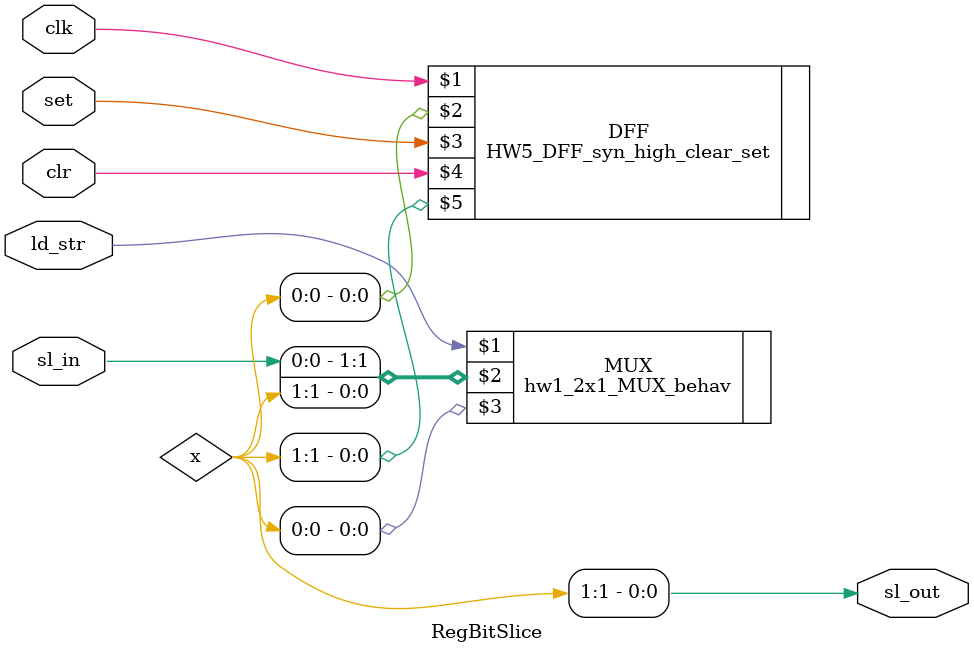
<source format=v>

`timescale 1ns / 1ps

module RegBitSlice(clr, set, clk, ld_str, sl_in, sl_out);
	input clr, set, clk, sl_in, ld_str;
	output sl_out;
	
	wire [1:0] x;
	
	assign sl_out = x[1];
	
	hw1_2x1_MUX_behav MUX (ld_str, {sl_in,x[1]}, x[0]);
	HW5_DFF_syn_high_clear_set DFF (clk, x[0], set, clr, x[1]);
	

endmodule

</source>
